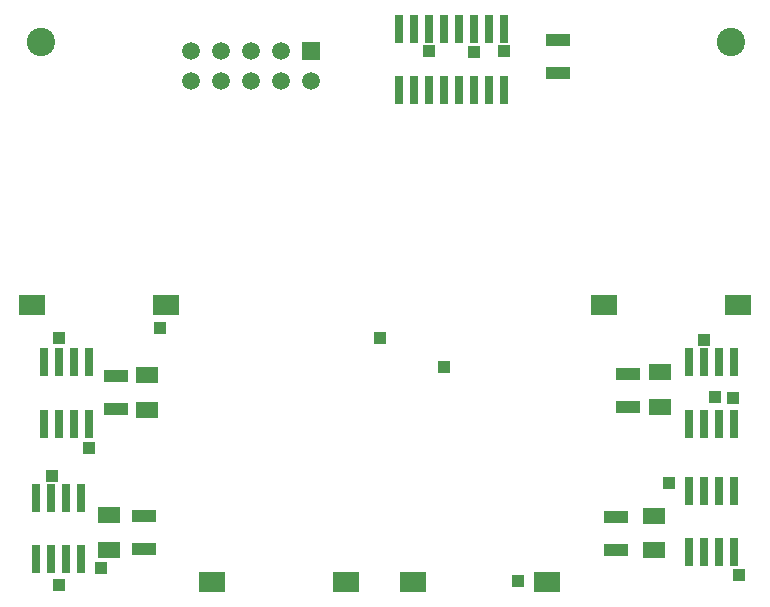
<source format=gts>
G75*
%MOIN*%
%OFA0B0*%
%FSLAX25Y25*%
%IPPOS*%
%LPD*%
%AMOC8*
5,1,8,0,0,1.08239X$1,22.5*
%
%ADD10C,0.09461*%
%ADD11R,0.07900X0.04400*%
%ADD12R,0.03162X0.09461*%
%ADD13R,0.07700X0.05200*%
%ADD14R,0.08800X0.06800*%
%ADD15C,0.05950*%
%ADD16R,0.05950X0.05950*%
%ADD17R,0.04369X0.04369*%
D10*
X0012340Y0187717D03*
X0242340Y0187717D03*
D11*
X0184541Y0188477D03*
X0184541Y0177477D03*
X0207930Y0077238D03*
X0207930Y0066238D03*
X0203919Y0029642D03*
X0203919Y0018642D03*
X0046513Y0018949D03*
X0046513Y0029949D03*
X0037202Y0065608D03*
X0037202Y0076608D03*
D12*
X0010667Y0015354D03*
X0015667Y0015354D03*
X0020667Y0015354D03*
X0025667Y0015354D03*
X0025667Y0035827D03*
X0020667Y0035827D03*
X0015667Y0035827D03*
X0010667Y0035827D03*
X0013039Y0060630D03*
X0018039Y0060630D03*
X0023039Y0060630D03*
X0028039Y0060630D03*
X0028039Y0081102D03*
X0023039Y0081102D03*
X0018039Y0081102D03*
X0013039Y0081102D03*
X0131564Y0171832D03*
X0136564Y0171832D03*
X0141564Y0171832D03*
X0146564Y0171832D03*
X0151564Y0171832D03*
X0156564Y0171832D03*
X0161564Y0171832D03*
X0166564Y0171832D03*
X0166564Y0192305D03*
X0161564Y0192305D03*
X0156564Y0192305D03*
X0151564Y0192305D03*
X0146564Y0192305D03*
X0141564Y0192305D03*
X0136564Y0192305D03*
X0131564Y0192305D03*
X0228147Y0081102D03*
X0233147Y0081102D03*
X0238147Y0081102D03*
X0243147Y0081102D03*
X0243147Y0060630D03*
X0238147Y0060630D03*
X0233147Y0060630D03*
X0228147Y0060630D03*
X0228147Y0038268D03*
X0233147Y0038268D03*
X0238147Y0038268D03*
X0243147Y0038268D03*
X0243147Y0017795D03*
X0238147Y0017795D03*
X0233147Y0017795D03*
X0228147Y0017795D03*
D13*
X0216659Y0018353D03*
X0216659Y0029953D03*
X0218553Y0066099D03*
X0218553Y0077699D03*
X0047467Y0076818D03*
X0047467Y0065218D03*
X0034993Y0030202D03*
X0034993Y0018602D03*
D14*
X0069331Y0007717D03*
X0113993Y0007717D03*
X0136260Y0007717D03*
X0180923Y0007717D03*
X0199978Y0100079D03*
X0244640Y0100079D03*
X0053695Y0100079D03*
X0009033Y0100079D03*
D15*
X0062243Y0174756D03*
X0062243Y0184756D03*
X0072243Y0184756D03*
X0082243Y0184756D03*
X0092243Y0184756D03*
X0092243Y0174756D03*
X0082243Y0174756D03*
X0072243Y0174756D03*
X0102243Y0174756D03*
D16*
X0102243Y0184756D03*
D17*
X0141440Y0184917D03*
X0156540Y0184617D03*
X0166540Y0184817D03*
X0051940Y0092517D03*
X0018040Y0089017D03*
X0028240Y0052417D03*
X0015840Y0043117D03*
X0032340Y0012517D03*
X0018240Y0006817D03*
X0125040Y0089317D03*
X0146640Y0079417D03*
X0221540Y0040717D03*
X0236840Y0069417D03*
X0242740Y0069017D03*
X0233040Y0088617D03*
X0244840Y0010017D03*
X0171340Y0008217D03*
M02*

</source>
